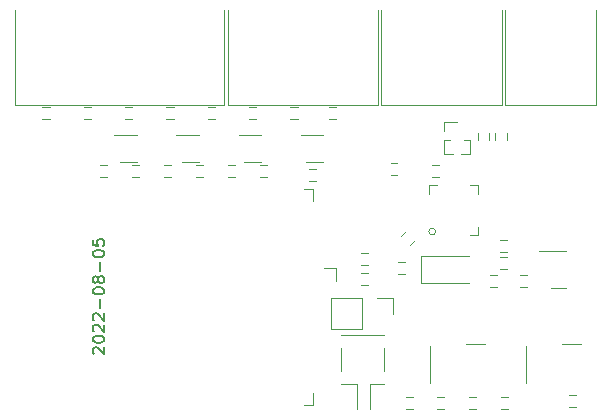
<source format=gbr>
%TF.GenerationSoftware,KiCad,Pcbnew,(6.0.5-0)*%
%TF.CreationDate,2022-08-07T09:40:22+01:00*%
%TF.ProjectId,Access,41636365-7373-42e6-9b69-6361645f7063,3*%
%TF.SameCoordinates,Original*%
%TF.FileFunction,Legend,Top*%
%TF.FilePolarity,Positive*%
%FSLAX46Y46*%
G04 Gerber Fmt 4.6, Leading zero omitted, Abs format (unit mm)*
G04 Created by KiCad (PCBNEW (6.0.5-0)) date 2022-08-07 09:40:22*
%MOMM*%
%LPD*%
G01*
G04 APERTURE LIST*
%ADD10C,0.150000*%
%ADD11C,0.120000*%
G04 APERTURE END LIST*
D10*
X107047619Y-95157142D02*
X107000000Y-95109523D01*
X106952380Y-95014285D01*
X106952380Y-94776190D01*
X107000000Y-94680952D01*
X107047619Y-94633333D01*
X107142857Y-94585714D01*
X107238095Y-94585714D01*
X107380952Y-94633333D01*
X107952380Y-95204761D01*
X107952380Y-94585714D01*
X106952380Y-93966666D02*
X106952380Y-93871428D01*
X107000000Y-93776190D01*
X107047619Y-93728571D01*
X107142857Y-93680952D01*
X107333333Y-93633333D01*
X107571428Y-93633333D01*
X107761904Y-93680952D01*
X107857142Y-93728571D01*
X107904761Y-93776190D01*
X107952380Y-93871428D01*
X107952380Y-93966666D01*
X107904761Y-94061904D01*
X107857142Y-94109523D01*
X107761904Y-94157142D01*
X107571428Y-94204761D01*
X107333333Y-94204761D01*
X107142857Y-94157142D01*
X107047619Y-94109523D01*
X107000000Y-94061904D01*
X106952380Y-93966666D01*
X107047619Y-93252380D02*
X107000000Y-93204761D01*
X106952380Y-93109523D01*
X106952380Y-92871428D01*
X107000000Y-92776190D01*
X107047619Y-92728571D01*
X107142857Y-92680952D01*
X107238095Y-92680952D01*
X107380952Y-92728571D01*
X107952380Y-93300000D01*
X107952380Y-92680952D01*
X107047619Y-92300000D02*
X107000000Y-92252380D01*
X106952380Y-92157142D01*
X106952380Y-91919047D01*
X107000000Y-91823809D01*
X107047619Y-91776190D01*
X107142857Y-91728571D01*
X107238095Y-91728571D01*
X107380952Y-91776190D01*
X107952380Y-92347619D01*
X107952380Y-91728571D01*
X107571428Y-91300000D02*
X107571428Y-90538095D01*
X106952380Y-89871428D02*
X106952380Y-89776190D01*
X107000000Y-89680952D01*
X107047619Y-89633333D01*
X107142857Y-89585714D01*
X107333333Y-89538095D01*
X107571428Y-89538095D01*
X107761904Y-89585714D01*
X107857142Y-89633333D01*
X107904761Y-89680952D01*
X107952380Y-89776190D01*
X107952380Y-89871428D01*
X107904761Y-89966666D01*
X107857142Y-90014285D01*
X107761904Y-90061904D01*
X107571428Y-90109523D01*
X107333333Y-90109523D01*
X107142857Y-90061904D01*
X107047619Y-90014285D01*
X107000000Y-89966666D01*
X106952380Y-89871428D01*
X107380952Y-88966666D02*
X107333333Y-89061904D01*
X107285714Y-89109523D01*
X107190476Y-89157142D01*
X107142857Y-89157142D01*
X107047619Y-89109523D01*
X107000000Y-89061904D01*
X106952380Y-88966666D01*
X106952380Y-88776190D01*
X107000000Y-88680952D01*
X107047619Y-88633333D01*
X107142857Y-88585714D01*
X107190476Y-88585714D01*
X107285714Y-88633333D01*
X107333333Y-88680952D01*
X107380952Y-88776190D01*
X107380952Y-88966666D01*
X107428571Y-89061904D01*
X107476190Y-89109523D01*
X107571428Y-89157142D01*
X107761904Y-89157142D01*
X107857142Y-89109523D01*
X107904761Y-89061904D01*
X107952380Y-88966666D01*
X107952380Y-88776190D01*
X107904761Y-88680952D01*
X107857142Y-88633333D01*
X107761904Y-88585714D01*
X107571428Y-88585714D01*
X107476190Y-88633333D01*
X107428571Y-88680952D01*
X107380952Y-88776190D01*
X107571428Y-88157142D02*
X107571428Y-87395238D01*
X106952380Y-86728571D02*
X106952380Y-86633333D01*
X107000000Y-86538095D01*
X107047619Y-86490476D01*
X107142857Y-86442857D01*
X107333333Y-86395238D01*
X107571428Y-86395238D01*
X107761904Y-86442857D01*
X107857142Y-86490476D01*
X107904761Y-86538095D01*
X107952380Y-86633333D01*
X107952380Y-86728571D01*
X107904761Y-86823809D01*
X107857142Y-86871428D01*
X107761904Y-86919047D01*
X107571428Y-86966666D01*
X107333333Y-86966666D01*
X107142857Y-86919047D01*
X107047619Y-86871428D01*
X107000000Y-86823809D01*
X106952380Y-86728571D01*
X106952380Y-85490476D02*
X106952380Y-85966666D01*
X107428571Y-86014285D01*
X107380952Y-85966666D01*
X107333333Y-85871428D01*
X107333333Y-85633333D01*
X107380952Y-85538095D01*
X107428571Y-85490476D01*
X107523809Y-85442857D01*
X107761904Y-85442857D01*
X107857142Y-85490476D01*
X107904761Y-85538095D01*
X107952380Y-85633333D01*
X107952380Y-85871428D01*
X107904761Y-85966666D01*
X107857142Y-86014285D01*
D11*
%TO.C,SW1*%
X129300000Y-97750000D02*
X129300000Y-99850000D01*
X131600000Y-93550000D02*
X128000000Y-93550000D01*
X129300000Y-97750000D02*
X128000000Y-97750000D01*
X131600000Y-94650000D02*
X131600000Y-96650000D01*
X128000000Y-94650000D02*
X128000000Y-96650000D01*
X130400000Y-97750000D02*
X130400000Y-99850000D01*
X131600000Y-97750000D02*
X130400000Y-97750000D01*
%TO.C,D8*%
X134790000Y-86865000D02*
X134790000Y-89135000D01*
X138850000Y-86865000D02*
X134790000Y-86865000D01*
X134790000Y-89135000D02*
X138850000Y-89135000D01*
%TO.C,J5*%
X149600000Y-74050000D02*
X141900000Y-74050000D01*
X141900000Y-74050000D02*
X141900000Y-66050000D01*
X149600000Y-74050000D02*
X149600000Y-66050000D01*
%TO.C,J6*%
X141600000Y-74050000D02*
X131400000Y-74050000D01*
X141600000Y-74050000D02*
X141600000Y-66050000D01*
X131400000Y-74050000D02*
X131400000Y-66050000D01*
%TO.C,R16*%
X132754724Y-78977500D02*
X132245276Y-78977500D01*
X132754724Y-80022500D02*
X132245276Y-80022500D01*
%TO.C,R15*%
X141450000Y-87000000D02*
X142050000Y-87000000D01*
X141450000Y-88000000D02*
X142050000Y-88000000D01*
%TO.C,R14*%
X141450000Y-86500000D02*
X142050000Y-86500000D01*
X141450000Y-85500000D02*
X142050000Y-85500000D01*
%TO.C,U2*%
X139610000Y-80890000D02*
X138885000Y-80890000D01*
X139610000Y-81615000D02*
X139610000Y-80890000D01*
X139610000Y-85110000D02*
X138885000Y-85110000D01*
X135390000Y-81615000D02*
X135390000Y-80890000D01*
X139610000Y-84385000D02*
X139610000Y-85110000D01*
X135390000Y-80890000D02*
X136115000Y-80890000D01*
X135982843Y-84800000D02*
G75*
G03*
X135982843Y-84800000I-282843J0D01*
G01*
%TO.C,J2*%
X131100000Y-74050000D02*
X118400000Y-74050000D01*
X131100000Y-74050000D02*
X131100000Y-66050000D01*
X118400000Y-74050000D02*
X118400000Y-66050000D01*
%TO.C,J3*%
X118100000Y-74050000D02*
X118100000Y-66050000D01*
X100400000Y-74050000D02*
X100400000Y-66050000D01*
X118100000Y-74050000D02*
X100400000Y-74050000D01*
%TO.C,R13*%
X141050000Y-76450000D02*
X141050000Y-77050000D01*
X142050000Y-76450000D02*
X142050000Y-77050000D01*
%TO.C,C1*%
X133510571Y-84782323D02*
X133086307Y-85206587D01*
X134217677Y-85489429D02*
X133793413Y-85913693D01*
%TO.C,J4*%
X129755000Y-90420000D02*
X129755000Y-93080000D01*
X132355000Y-90420000D02*
X132355000Y-91750000D01*
X129755000Y-93080000D02*
X127155000Y-93080000D01*
X129755000Y-90420000D02*
X127155000Y-90420000D01*
X131025000Y-90420000D02*
X132355000Y-90420000D01*
X127155000Y-90420000D02*
X127155000Y-93080000D01*
%TO.C,R4*%
X126950000Y-75250000D02*
X127550000Y-75250000D01*
X126950000Y-74250000D02*
X127550000Y-74250000D01*
%TO.C,R5*%
X123700000Y-75250000D02*
X124300000Y-75250000D01*
X123700000Y-74250000D02*
X124300000Y-74250000D01*
%TO.C,D2*%
X121200000Y-76590000D02*
X119300000Y-76590000D01*
X119800000Y-78910000D02*
X121200000Y-78910000D01*
%TO.C,R6*%
X120200000Y-74250000D02*
X120800000Y-74250000D01*
X120200000Y-75250000D02*
X120800000Y-75250000D01*
%TO.C,R7*%
X116700000Y-74250000D02*
X117300000Y-74250000D01*
X116700000Y-75250000D02*
X117300000Y-75250000D01*
%TO.C,D1*%
X126450000Y-76590000D02*
X124550000Y-76590000D01*
X125050000Y-78910000D02*
X126450000Y-78910000D01*
%TO.C,R20*%
X147290000Y-99660000D02*
X147890000Y-99660000D01*
X147290000Y-98660000D02*
X147890000Y-98660000D01*
%TO.C,R12*%
X139550000Y-77050000D02*
X139550000Y-76450000D01*
X140550000Y-77050000D02*
X140550000Y-76450000D01*
%TO.C,D3*%
X115950000Y-76590000D02*
X114050000Y-76590000D01*
X114550000Y-78910000D02*
X115950000Y-78910000D01*
%TO.C,D4*%
X109300000Y-78910000D02*
X110700000Y-78910000D01*
X110700000Y-76590000D02*
X108800000Y-76590000D01*
%TO.C,R8*%
X113200000Y-74250000D02*
X113800000Y-74250000D01*
X113200000Y-75250000D02*
X113800000Y-75250000D01*
%TO.C,R9*%
X109700000Y-75250000D02*
X110300000Y-75250000D01*
X109700000Y-74250000D02*
X110300000Y-74250000D01*
%TO.C,R10*%
X106200000Y-74250000D02*
X106800000Y-74250000D01*
X106200000Y-75250000D02*
X106800000Y-75250000D01*
%TO.C,R11*%
X102700000Y-74250000D02*
X103300000Y-74250000D01*
X102700000Y-75250000D02*
X103300000Y-75250000D01*
%TO.C,C3*%
X121100000Y-80200000D02*
X121700000Y-80200000D01*
X121100000Y-79200000D02*
X121700000Y-79200000D01*
%TO.C,C4*%
X119000000Y-79200000D02*
X118400000Y-79200000D01*
X119000000Y-80200000D02*
X118400000Y-80200000D01*
%TO.C,C5*%
X115700000Y-80200000D02*
X116300000Y-80200000D01*
X115700000Y-79200000D02*
X116300000Y-79200000D01*
%TO.C,C6*%
X113575000Y-80200000D02*
X112975000Y-80200000D01*
X113575000Y-79200000D02*
X112975000Y-79200000D01*
%TO.C,C7*%
X110300000Y-79200000D02*
X110900000Y-79200000D01*
X110300000Y-80200000D02*
X110900000Y-80200000D01*
%TO.C,C8*%
X108200000Y-80200000D02*
X107600000Y-80200000D01*
X108200000Y-79200000D02*
X107600000Y-79200000D01*
%TO.C,C2*%
X125260000Y-80540000D02*
X125860000Y-80540000D01*
X125260000Y-79540000D02*
X125860000Y-79540000D01*
%TO.C,Q1*%
X146400000Y-86440000D02*
X144725000Y-86440000D01*
X146400000Y-89560000D02*
X145750000Y-89560000D01*
X146400000Y-86440000D02*
X147050000Y-86440000D01*
X146400000Y-89560000D02*
X147050000Y-89560000D01*
%TO.C,D5*%
X127525000Y-87900000D02*
X126525000Y-87900000D01*
X127525000Y-89000000D02*
X127525000Y-87900000D01*
%TO.C,R17*%
X132825000Y-87400000D02*
X133425000Y-87400000D01*
X132825000Y-88400000D02*
X133425000Y-88400000D01*
%TO.C,R18*%
X129675000Y-86600000D02*
X130275000Y-86600000D01*
X129675000Y-87600000D02*
X130275000Y-87600000D01*
%TO.C,R19*%
X129675000Y-89300000D02*
X130275000Y-89300000D01*
X129675000Y-88300000D02*
X130275000Y-88300000D01*
%TO.C,U5*%
X135515000Y-97600000D02*
X135515000Y-94500000D01*
X138565000Y-94325000D02*
X140165000Y-94325000D01*
%TO.C,JP1*%
X136690000Y-76250000D02*
X136690000Y-75490000D01*
X138910000Y-77010000D02*
X138910000Y-78215000D01*
X136690000Y-77010000D02*
X136690000Y-78215000D01*
X136690000Y-77010000D02*
X137236529Y-77010000D01*
X138363471Y-77010000D02*
X138910000Y-77010000D01*
X138107530Y-78215000D02*
X138910000Y-78215000D01*
X136690000Y-75490000D02*
X137800000Y-75490000D01*
X136690000Y-78215000D02*
X137492470Y-78215000D01*
%TO.C,R21*%
X138840000Y-99800000D02*
X139440000Y-99800000D01*
X138840000Y-98800000D02*
X139440000Y-98800000D01*
%TO.C,R24*%
X133440000Y-98800000D02*
X134040000Y-98800000D01*
X133440000Y-99800000D02*
X134040000Y-99800000D01*
%TO.C,R2*%
X140600000Y-88500000D02*
X141200000Y-88500000D01*
X140600000Y-89500000D02*
X141200000Y-89500000D01*
%TO.C,R3*%
X143100000Y-88500000D02*
X143700000Y-88500000D01*
X143100000Y-89500000D02*
X143700000Y-89500000D01*
%TO.C,R22*%
X136740000Y-98800000D02*
X136140000Y-98800000D01*
X136740000Y-99800000D02*
X136140000Y-99800000D01*
%TO.C,U4*%
X143615000Y-97600000D02*
X143615000Y-94500000D01*
X146665000Y-94325000D02*
X148265000Y-94325000D01*
%TO.C,U1*%
X125635000Y-81230000D02*
X125635000Y-82230000D01*
X125635000Y-99470000D02*
X125635000Y-98470000D01*
X124855000Y-99470000D02*
X125635000Y-99470000D01*
X124855000Y-81230000D02*
X125635000Y-81230000D01*
%TO.C,R23*%
X142140000Y-98800000D02*
X141540000Y-98800000D01*
X142140000Y-99800000D02*
X141540000Y-99800000D01*
%TO.C,R1*%
X135700000Y-79200000D02*
X136300000Y-79200000D01*
X135700000Y-80200000D02*
X136300000Y-80200000D01*
%TD*%
M02*

</source>
